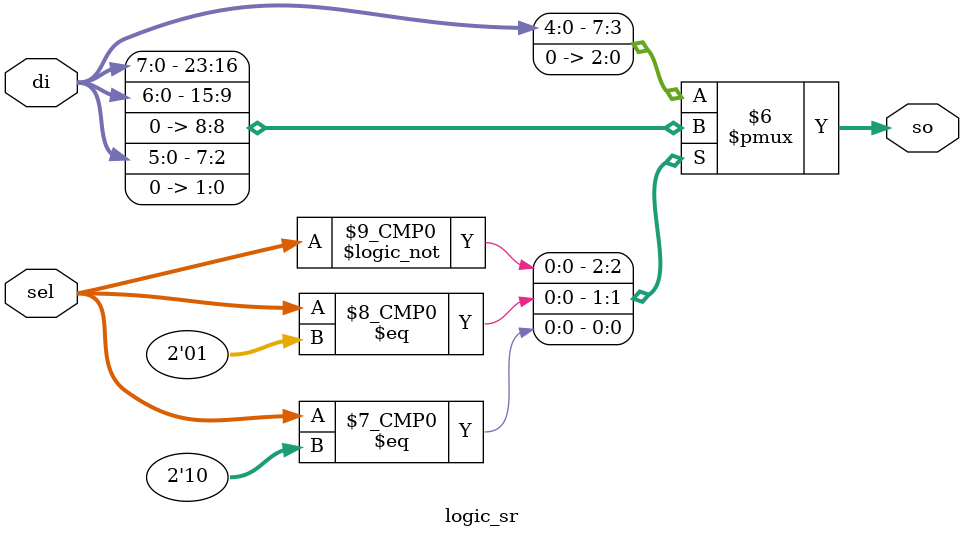
<source format=v>
module logic_sr (di, sel, so);
        input  [7:0] di;
	input  [1:0] sel;
	output [7:0] so;
	reg    [7:0] so;
	always @(di or sel)
	begin
	   case (sel)
	      2'b00   : so = di;
	      2'b01   : so = di << 1;
	      2'b10   : so = di << 2;
	      default : so = di << 3;
	   endcase
	end
        endmodule

</source>
